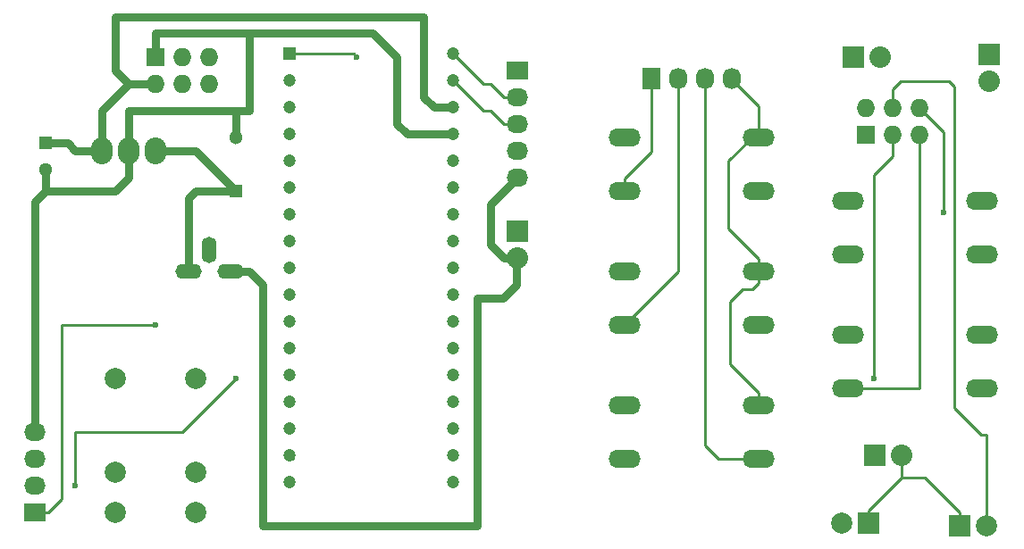
<source format=gbr>
G04 #@! TF.FileFunction,Copper,L1,Top,Signal*
%FSLAX46Y46*%
G04 Gerber Fmt 4.6, Leading zero omitted, Abs format (unit mm)*
G04 Created by KiCad (PCBNEW 4.0.4-stable) date 2017 July 07, Friday 12:30:10*
%MOMM*%
%LPD*%
G01*
G04 APERTURE LIST*
%ADD10C,0.100000*%
%ADD11O,3.048000X1.727200*%
%ADD12R,2.000000X2.000000*%
%ADD13C,2.000000*%
%ADD14R,1.300000X1.300000*%
%ADD15C,1.300000*%
%ADD16R,1.727200X1.727200*%
%ADD17O,1.727200X1.727200*%
%ADD18R,2.032000X2.032000*%
%ADD19O,2.032000X2.032000*%
%ADD20O,1.400000X2.500000*%
%ADD21O,2.500000X1.400000*%
%ADD22C,1.998980*%
%ADD23O,2.032000X2.540000*%
%ADD24C,1.200000*%
%ADD25R,1.200000X1.200000*%
%ADD26R,2.032000X1.727200*%
%ADD27O,2.032000X1.727200*%
%ADD28R,1.727200X2.032000*%
%ADD29O,1.727200X2.032000*%
%ADD30C,0.600000*%
%ADD31C,0.750000*%
%ADD32C,0.250000*%
G04 APERTURE END LIST*
D10*
D11*
X108775500Y-166050000D03*
X108775500Y-160970000D03*
X121475500Y-166050000D03*
X121475500Y-160970000D03*
X100330000Y-142240000D03*
X100330000Y-147320000D03*
X87630000Y-142240000D03*
X87630000Y-147320000D03*
D12*
X110744000Y-178892200D03*
D13*
X108204000Y-178892200D03*
D14*
X32766000Y-142788000D03*
D15*
X32766000Y-145288000D03*
D14*
X50800000Y-147320000D03*
D15*
X50800000Y-142320000D03*
D12*
X119380000Y-179070000D03*
D13*
X121920000Y-179070000D03*
D16*
X110490000Y-141986000D03*
D17*
X110490000Y-139446000D03*
X113030000Y-141986000D03*
X113030000Y-139446000D03*
X115570000Y-141986000D03*
X115570000Y-139446000D03*
D18*
X111315500Y-172400000D03*
D19*
X113855500Y-172400000D03*
D16*
X43180000Y-134620000D03*
D17*
X43180000Y-137160000D03*
X45720000Y-134620000D03*
X45720000Y-137160000D03*
X48260000Y-134620000D03*
X48260000Y-137160000D03*
D20*
X48260000Y-152940000D03*
D21*
X46260000Y-154940000D03*
X50260000Y-154940000D03*
D22*
X39370000Y-165100000D03*
X46990000Y-165100000D03*
X46990000Y-173990000D03*
X39370000Y-173990000D03*
X46990000Y-177800000D03*
X39370000Y-177800000D03*
D11*
X100330000Y-154940000D03*
X100330000Y-160020000D03*
X87630000Y-154940000D03*
X87630000Y-160020000D03*
X100330000Y-167640000D03*
X100330000Y-172720000D03*
X87630000Y-167640000D03*
X87630000Y-172720000D03*
X108775500Y-153350000D03*
X108775500Y-148270000D03*
X121475500Y-153350000D03*
X121475500Y-148270000D03*
D23*
X40640000Y-143510000D03*
X43180000Y-143510000D03*
X38100000Y-143510000D03*
D24*
X71356000Y-134310000D03*
X71356000Y-136850000D03*
X71356000Y-139390000D03*
X71356000Y-141930000D03*
X71356000Y-144470000D03*
X71356000Y-147010000D03*
X71356000Y-149550000D03*
X71356000Y-152090000D03*
X71356000Y-154630000D03*
X71356000Y-157170000D03*
X71356000Y-159710000D03*
X71356000Y-162250000D03*
X71356000Y-164790000D03*
X71356000Y-167330000D03*
X71356000Y-169870000D03*
X71356000Y-172410000D03*
X71356000Y-174950000D03*
D25*
X55864000Y-134310000D03*
D24*
X55864000Y-136850000D03*
X55864000Y-139390000D03*
X55864000Y-141930000D03*
X55864000Y-144470000D03*
X55864000Y-147010000D03*
X55864000Y-149550000D03*
X55864000Y-152090000D03*
X55864000Y-154630000D03*
X55864000Y-157170000D03*
X55864000Y-159710000D03*
X55864000Y-162250000D03*
X55864000Y-164790000D03*
X55864000Y-167330000D03*
X55864000Y-169870000D03*
X55864000Y-172410000D03*
X55864000Y-174950000D03*
D18*
X77470000Y-151130000D03*
D19*
X77470000Y-153670000D03*
D26*
X77470000Y-135890000D03*
D27*
X77470000Y-138430000D03*
X77470000Y-140970000D03*
X77470000Y-143510000D03*
X77470000Y-146050000D03*
D18*
X109245400Y-134658100D03*
D19*
X111785400Y-134658100D03*
D18*
X122174000Y-134366000D03*
D19*
X122174000Y-136906000D03*
D26*
X31750000Y-177800000D03*
D27*
X31750000Y-175260000D03*
X31750000Y-172720000D03*
X31750000Y-170180000D03*
D28*
X90170000Y-136652000D03*
D29*
X92710000Y-136652000D03*
X95250000Y-136652000D03*
X97790000Y-136652000D03*
D30*
X111252000Y-165100000D03*
X43180000Y-160020000D03*
X35560000Y-175260000D03*
X50800000Y-165100000D03*
X117856000Y-149352000D03*
X62230000Y-134620000D03*
D31*
X32766000Y-142788000D02*
X34838000Y-142788000D01*
X34838000Y-142788000D02*
X35560000Y-143510000D01*
X68580000Y-130810000D02*
X39370000Y-130810000D01*
X38100000Y-143510000D02*
X35560000Y-143510000D01*
X38100000Y-143510000D02*
X38100000Y-139700000D01*
X38100000Y-139700000D02*
X40640000Y-137160000D01*
X43180000Y-137160000D02*
X40640000Y-137160000D01*
X69540000Y-139390000D02*
X71356000Y-139390000D01*
X68580000Y-138430000D02*
X69540000Y-139390000D01*
X68580000Y-130810000D02*
X68580000Y-138430000D01*
X39370000Y-135890000D02*
X39370000Y-130810000D01*
X40640000Y-137160000D02*
X39370000Y-135890000D01*
X32766000Y-147320000D02*
X31750000Y-148336000D01*
X31750000Y-148336000D02*
X31750000Y-170180000D01*
X40640000Y-143510000D02*
X40640000Y-146050000D01*
X32766000Y-147320000D02*
X32766000Y-145288000D01*
X40640000Y-146050000D02*
X39370000Y-147320000D01*
X39370000Y-147320000D02*
X32766000Y-147320000D01*
X52324000Y-132334000D02*
X63754000Y-132334000D01*
X63754000Y-132334000D02*
X66040000Y-134620000D01*
X66040000Y-134620000D02*
X66040000Y-140970000D01*
X66040000Y-140970000D02*
X67000000Y-141930000D01*
X67000000Y-141930000D02*
X71356000Y-141930000D01*
X52070000Y-132334000D02*
X52324000Y-132334000D01*
X52070000Y-139700000D02*
X52070000Y-132588000D01*
X52070000Y-132588000D02*
X52324000Y-132334000D01*
X43180000Y-134620000D02*
X43180000Y-132334000D01*
X43180000Y-132334000D02*
X52070000Y-132334000D01*
X50800000Y-142320000D02*
X50800000Y-139700000D01*
X40640000Y-143510000D02*
X40640000Y-139700000D01*
X40640000Y-139700000D02*
X50800000Y-139700000D01*
X50800000Y-139700000D02*
X52070000Y-139700000D01*
X50800000Y-147320000D02*
X46990000Y-147320000D01*
X46260000Y-148050000D02*
X46260000Y-154940000D01*
X46990000Y-147320000D02*
X46260000Y-148050000D01*
X43180000Y-143510000D02*
X46990000Y-143510000D01*
X46990000Y-143510000D02*
X50800000Y-147320000D01*
D32*
X119380000Y-179070000D02*
X119380000Y-177820000D01*
X119380000Y-177820000D02*
X116090700Y-174530700D01*
X116090700Y-174530700D02*
X113855500Y-174530700D01*
X110744000Y-178892200D02*
X110744000Y-177642200D01*
X110744000Y-177642200D02*
X113855500Y-174530700D01*
X113855500Y-174530700D02*
X113855500Y-173836840D01*
X113855500Y-173836840D02*
X113855500Y-172400000D01*
X111252000Y-145796000D02*
X113030000Y-144018000D01*
X113030000Y-144018000D02*
X113030000Y-141986000D01*
X111252000Y-165100000D02*
X111252000Y-145796000D01*
X121920000Y-179070000D02*
X121920000Y-170434000D01*
X118872000Y-137414000D02*
X118364000Y-136906000D01*
X121920000Y-170434000D02*
X121412000Y-170434000D01*
X121412000Y-170434000D02*
X118872000Y-167894000D01*
X113030000Y-137668000D02*
X113030000Y-139446000D01*
X118872000Y-167894000D02*
X118872000Y-137414000D01*
X118364000Y-136906000D02*
X113792000Y-136906000D01*
X113792000Y-136906000D02*
X113030000Y-137668000D01*
X90170000Y-136652000D02*
X90170000Y-143666400D01*
X87630000Y-147320000D02*
X87630000Y-146206400D01*
X87630000Y-146206400D02*
X90170000Y-143666400D01*
X92710000Y-154940000D02*
X92710000Y-136652000D01*
X92710000Y-154940000D02*
X87630000Y-160020000D01*
X95250000Y-136652000D02*
X95250000Y-171450000D01*
X95250000Y-171450000D02*
X96520000Y-172720000D01*
X96520000Y-172720000D02*
X100330000Y-172720000D01*
X97790000Y-136652000D02*
X97790000Y-136804400D01*
X97790000Y-136804400D02*
X100330000Y-139344400D01*
X100330000Y-139344400D02*
X100330000Y-142240000D01*
X100330000Y-167640000D02*
X100330000Y-166526400D01*
X100330000Y-166526400D02*
X97592790Y-163789190D01*
X97592790Y-157855010D02*
X98755200Y-156692600D01*
X97592790Y-163789190D02*
X97592790Y-157855010D01*
X98755200Y-156692600D02*
X99691000Y-156692600D01*
X99691000Y-156692600D02*
X100330000Y-156053600D01*
X100330000Y-156053600D02*
X100330000Y-154940000D01*
X97409000Y-144500600D02*
X97409000Y-150905400D01*
X97409000Y-150905400D02*
X100330000Y-153826400D01*
X100330000Y-153826400D02*
X100330000Y-154940000D01*
X100330000Y-142240000D02*
X99669600Y-142240000D01*
X99669600Y-142240000D02*
X97409000Y-144500600D01*
X100330000Y-142240000D02*
X101600000Y-142240000D01*
X34290000Y-176530000D02*
X33020000Y-177800000D01*
X33020000Y-177800000D02*
X31750000Y-177800000D01*
X34290000Y-160020000D02*
X34290000Y-176530000D01*
X43180000Y-160020000D02*
X34290000Y-160020000D01*
X35560000Y-170180000D02*
X35560000Y-175260000D01*
X45720000Y-170180000D02*
X35560000Y-170180000D01*
X50800000Y-165100000D02*
X45720000Y-170180000D01*
X108775500Y-166050000D02*
X115504000Y-166050000D01*
X115504000Y-166050000D02*
X115570000Y-165984000D01*
X115570000Y-165984000D02*
X115570000Y-143207314D01*
X115570000Y-143207314D02*
X115570000Y-141986000D01*
X108775500Y-166050000D02*
X109435900Y-166050000D01*
X117856000Y-149352000D02*
X117856000Y-141732000D01*
X117856000Y-141732000D02*
X115570000Y-139446000D01*
D31*
X77470000Y-153670000D02*
X76200000Y-153670000D01*
X74930000Y-148590000D02*
X77470000Y-146050000D01*
X74930000Y-152400000D02*
X74930000Y-148590000D01*
X76200000Y-153670000D02*
X74930000Y-152400000D01*
X77358682Y-156210000D02*
X77358682Y-153781318D01*
X77358682Y-153781318D02*
X77470000Y-153670000D01*
X50260000Y-154940000D02*
X52070000Y-154940000D01*
X52070000Y-154940000D02*
X53340000Y-156210000D01*
X53340000Y-156210000D02*
X53340000Y-179070000D01*
X53340000Y-179070000D02*
X73660000Y-179070000D01*
X73660000Y-179070000D02*
X73660000Y-157480000D01*
X73660000Y-157480000D02*
X76088682Y-157480000D01*
X76088682Y-157480000D02*
X77358682Y-156210000D01*
D32*
X77470000Y-138430000D02*
X76200000Y-138430000D01*
X74206000Y-137160000D02*
X71356000Y-134310000D01*
X74930000Y-137160000D02*
X74206000Y-137160000D01*
X76200000Y-138430000D02*
X74930000Y-137160000D01*
X77470000Y-140970000D02*
X76200000Y-140970000D01*
X74206000Y-139700000D02*
X71356000Y-136850000D01*
X74930000Y-139700000D02*
X74206000Y-139700000D01*
X76200000Y-140970000D02*
X74930000Y-139700000D01*
X55864000Y-134310000D02*
X61920000Y-134310000D01*
X61920000Y-134310000D02*
X62230000Y-134620000D01*
X56174000Y-172720000D02*
X55864000Y-172410000D01*
M02*

</source>
